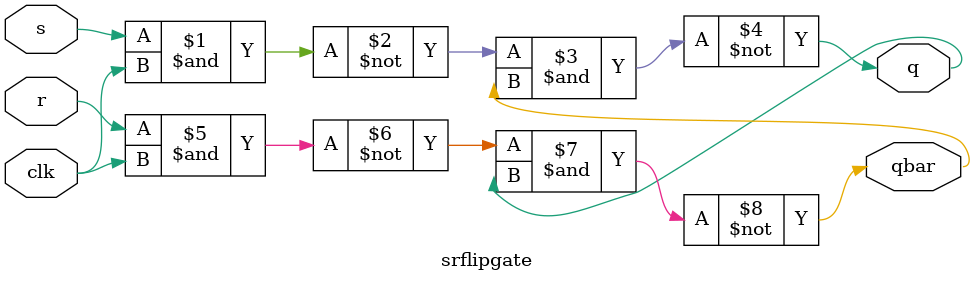
<source format=v>
`timescale 1ns / 1ps


module srflipgate(
    input s,
    input r,
    input clk,
    output q,
    output qbar
    );
assign q = ~(~(s&clk)&qbar);
assign qbar = ~(~(r&clk)&q);

endmodule

</source>
